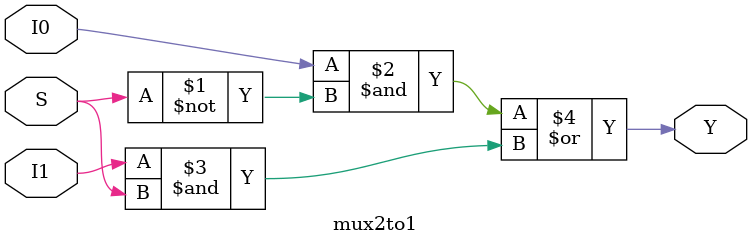
<source format=v>
module mux2to1 (
    input I0,
    input I1,
    input S,
    output Y
);
    assign Y = (I0 & ~S) | (I1 & S);
endmodule

</source>
